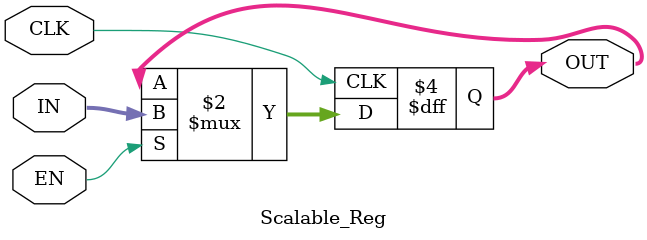
<source format=sv>
`timescale 1ns/1ns

module Scalable_Reg(CLK, EN, IN, OUT);
    parameter SIZE = 8;
    
    input CLK, EN;
    input [SIZE - 1:0] IN;
    output reg [SIZE - 1:0] OUT;
    
    always@(posedge CLK)
    begin
        if(EN)
            OUT <= IN;
    end

endmodule
</source>
